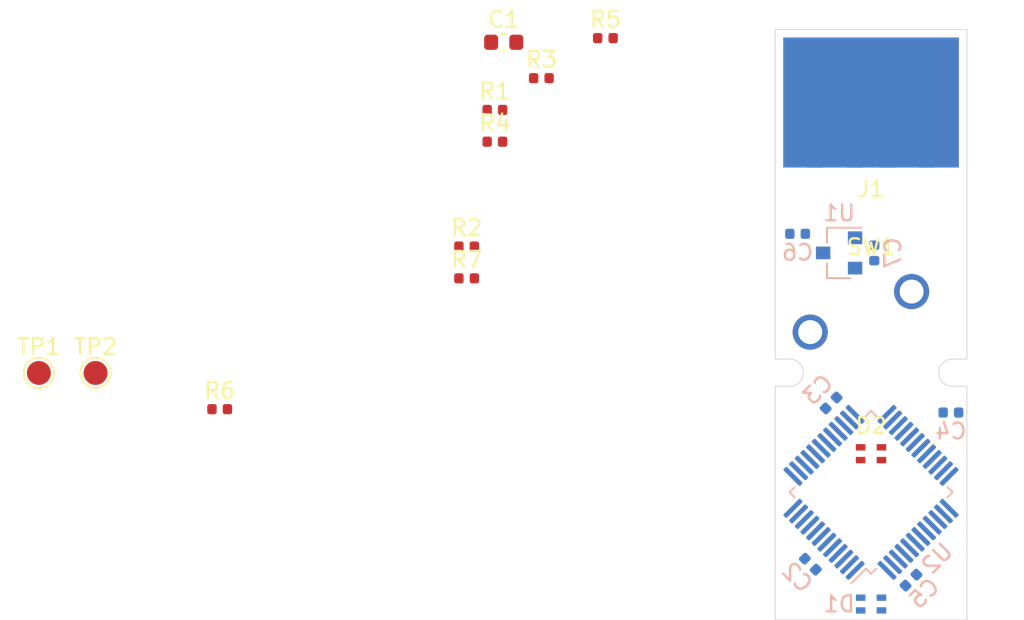
<source format=kicad_pcb>
(kicad_pcb (version 20171130) (host pcbnew 5.1.6)

  (general
    (thickness 1.6)
    (drawings 12)
    (tracks 0)
    (zones 0)
    (modules 22)
    (nets 48)
  )

  (page A4)
  (layers
    (0 F.Cu signal)
    (31 B.Cu signal)
    (32 B.Adhes user)
    (33 F.Adhes user)
    (34 B.Paste user)
    (35 F.Paste user)
    (36 B.SilkS user)
    (37 F.SilkS user)
    (38 B.Mask user)
    (39 F.Mask user)
    (40 Dwgs.User user)
    (41 Cmts.User user)
    (42 Eco1.User user)
    (43 Eco2.User user)
    (44 Edge.Cuts user)
    (45 Margin user)
    (46 B.CrtYd user)
    (47 F.CrtYd user)
    (48 B.Fab user)
    (49 F.Fab user)
  )

  (setup
    (last_trace_width 0.2)
    (trace_clearance 0.2)
    (zone_clearance 0.508)
    (zone_45_only no)
    (trace_min 0.2)
    (via_size 0.8)
    (via_drill 0.4)
    (via_min_size 0.6)
    (via_min_drill 0.3)
    (uvia_size 0.3)
    (uvia_drill 0.1)
    (uvias_allowed no)
    (uvia_min_size 0.2)
    (uvia_min_drill 0.1)
    (edge_width 0.05)
    (segment_width 0.2)
    (pcb_text_width 0.3)
    (pcb_text_size 1.5 1.5)
    (mod_edge_width 0.12)
    (mod_text_size 1 1)
    (mod_text_width 0.15)
    (pad_size 1.524 1.524)
    (pad_drill 0.762)
    (pad_to_mask_clearance 0.05)
    (aux_axis_origin 0 0)
    (visible_elements FFFFF77F)
    (pcbplotparams
      (layerselection 0x010fc_ffffffff)
      (usegerberextensions false)
      (usegerberattributes true)
      (usegerberadvancedattributes true)
      (creategerberjobfile true)
      (excludeedgelayer true)
      (linewidth 0.100000)
      (plotframeref false)
      (viasonmask false)
      (mode 1)
      (useauxorigin false)
      (hpglpennumber 1)
      (hpglpenspeed 20)
      (hpglpendiameter 15.000000)
      (psnegative false)
      (psa4output false)
      (plotreference true)
      (plotvalue true)
      (plotinvisibletext false)
      (padsonsilk false)
      (subtractmaskfromsilk false)
      (outputformat 1)
      (mirror false)
      (drillshape 1)
      (scaleselection 1)
      (outputdirectory ""))
  )

  (net 0 "")
  (net 1 GND)
  (net 2 +3V3)
  (net 3 VBUS)
  (net 4 "Net-(D1-Pad4)")
  (net 5 "Net-(D1-Pad3)")
  (net 6 "Net-(D1-Pad1)")
  (net 7 "Net-(D2-Pad4)")
  (net 8 "Net-(D2-Pad3)")
  (net 9 "Net-(D2-Pad1)")
  (net 10 /D+)
  (net 11 /D-)
  (net 12 /BTN1)
  (net 13 /LED1_R)
  (net 14 /LED1_G)
  (net 15 /LED1_B)
  (net 16 /LED2_R)
  (net 17 /LED2_G)
  (net 18 /LED2_B)
  (net 19 /SWDIO)
  (net 20 /SWCLK)
  (net 21 "Net-(U2-Pad46)")
  (net 22 "Net-(U2-Pad45)")
  (net 23 "Net-(U2-Pad43)")
  (net 24 "Net-(U2-Pad42)")
  (net 25 "Net-(U2-Pad40)")
  (net 26 "Net-(U2-Pad39)")
  (net 27 "Net-(U2-Pad38)")
  (net 28 "Net-(U2-Pad31)")
  (net 29 "Net-(U2-Pad30)")
  (net 30 "Net-(U2-Pad29)")
  (net 31 "Net-(U2-Pad28)")
  (net 32 "Net-(U2-Pad27)")
  (net 33 "Net-(U2-Pad26)")
  (net 34 "Net-(U2-Pad25)")
  (net 35 "Net-(U2-Pad22)")
  (net 36 "Net-(U2-Pad21)")
  (net 37 "Net-(U2-Pad20)")
  (net 38 "Net-(U2-Pad17)")
  (net 39 "Net-(U2-Pad16)")
  (net 40 "Net-(U2-Pad15)")
  (net 41 "Net-(U2-Pad14)")
  (net 42 "Net-(U2-Pad7)")
  (net 43 "Net-(U2-Pad6)")
  (net 44 "Net-(U2-Pad5)")
  (net 45 "Net-(U2-Pad4)")
  (net 46 "Net-(U2-Pad3)")
  (net 47 "Net-(U2-Pad2)")

  (net_class Default "This is the default net class."
    (clearance 0.2)
    (trace_width 0.2)
    (via_dia 0.8)
    (via_drill 0.4)
    (uvia_dia 0.3)
    (uvia_drill 0.1)
    (add_net +3V3)
    (add_net /BTN1)
    (add_net /D+)
    (add_net /D-)
    (add_net /LED1_B)
    (add_net /LED1_G)
    (add_net /LED1_R)
    (add_net /LED2_B)
    (add_net /LED2_G)
    (add_net /LED2_R)
    (add_net /SWCLK)
    (add_net /SWDIO)
    (add_net GND)
    (add_net "Net-(D1-Pad1)")
    (add_net "Net-(D1-Pad3)")
    (add_net "Net-(D1-Pad4)")
    (add_net "Net-(D2-Pad1)")
    (add_net "Net-(D2-Pad3)")
    (add_net "Net-(D2-Pad4)")
    (add_net "Net-(U2-Pad14)")
    (add_net "Net-(U2-Pad15)")
    (add_net "Net-(U2-Pad16)")
    (add_net "Net-(U2-Pad17)")
    (add_net "Net-(U2-Pad2)")
    (add_net "Net-(U2-Pad20)")
    (add_net "Net-(U2-Pad21)")
    (add_net "Net-(U2-Pad22)")
    (add_net "Net-(U2-Pad25)")
    (add_net "Net-(U2-Pad26)")
    (add_net "Net-(U2-Pad27)")
    (add_net "Net-(U2-Pad28)")
    (add_net "Net-(U2-Pad29)")
    (add_net "Net-(U2-Pad3)")
    (add_net "Net-(U2-Pad30)")
    (add_net "Net-(U2-Pad31)")
    (add_net "Net-(U2-Pad38)")
    (add_net "Net-(U2-Pad39)")
    (add_net "Net-(U2-Pad4)")
    (add_net "Net-(U2-Pad40)")
    (add_net "Net-(U2-Pad42)")
    (add_net "Net-(U2-Pad43)")
    (add_net "Net-(U2-Pad45)")
    (add_net "Net-(U2-Pad46)")
    (add_net "Net-(U2-Pad5)")
    (add_net "Net-(U2-Pad6)")
    (add_net "Net-(U2-Pad7)")
    (add_net VBUS)
  )

  (module Capacitor_SMD:C_0402_1005Metric (layer B.Cu) (tedit 5F947204) (tstamp 5F948C07)
    (at 155 74 180)
    (descr "Capacitor SMD 0402 (1005 Metric), square (rectangular) end terminal, IPC_7351 nominal, (Body size source: http://www.tortai-tech.com/upload/download/2011102023233369053.pdf), generated with kicad-footprint-generator")
    (tags capacitor)
    (path /5F892CC5)
    (attr smd)
    (fp_text reference C4 (at 0 -1.17 180) (layer B.SilkS)
      (effects (font (size 1 1) (thickness 0.15)) (justify mirror))
    )
    (fp_text value 100n (at 0 1.17 180) (layer B.Fab)
      (effects (font (size 1 1) (thickness 0.15)) (justify mirror))
    )
    (fp_line (start 0.93 -0.47) (end -0.93 -0.47) (layer B.CrtYd) (width 0.05))
    (fp_line (start 0.93 0.47) (end 0.93 -0.47) (layer B.CrtYd) (width 0.05))
    (fp_line (start -0.93 0.47) (end 0.93 0.47) (layer B.CrtYd) (width 0.05))
    (fp_line (start -0.93 -0.47) (end -0.93 0.47) (layer B.CrtYd) (width 0.05))
    (fp_line (start 0.5 -0.25) (end -0.5 -0.25) (layer B.Fab) (width 0.1))
    (fp_line (start 0.5 0.25) (end 0.5 -0.25) (layer B.Fab) (width 0.1))
    (fp_line (start -0.5 0.25) (end 0.5 0.25) (layer B.Fab) (width 0.1))
    (fp_line (start -0.5 -0.25) (end -0.5 0.25) (layer B.Fab) (width 0.1))
    (fp_text user %R (at 0 0 180) (layer B.Fab)
      (effects (font (size 0.25 0.25) (thickness 0.04)) (justify mirror))
    )
    (pad 2 smd roundrect (at 0.485 0 180) (size 0.59 0.64) (layers B.Cu B.Paste B.Mask) (roundrect_rratio 0.25)
      (net 1 GND))
    (pad 1 smd roundrect (at -0.485 0 180) (size 0.59 0.64) (layers B.Cu B.Paste B.Mask) (roundrect_rratio 0.25)
      (net 2 +3V3))
    (model ${KISYS3DMOD}/Capacitor_SMD.3dshapes/C_0402_1005Metric.wrl
      (at (xyz 0 0 0))
      (scale (xyz 1 1 1))
      (rotate (xyz 0 0 0))
    )
  )

  (module Button_Switch_Keyboard:SW_Cherry_MX_1.00u_PCB (layer F.Cu) (tedit 5F944CC9) (tstamp 5F92DCF2)
    (at 152.54 66.42)
    (descr "Cherry MX keyswitch, 1.00u, PCB mount, http://cherryamericas.com/wp-content/uploads/2014/12/mx_cat.pdf")
    (tags "Cherry MX keyswitch 1.00u PCB")
    (path /5F925207)
    (fp_text reference SW1 (at -2.54 -2.794) (layer F.SilkS)
      (effects (font (size 1 1) (thickness 0.15)))
    )
    (fp_text value MXxx-xxxx (at -2.54 12.954) (layer F.Fab)
      (effects (font (size 1 1) (thickness 0.15)))
    )
    (fp_line (start -8.89 -1.27) (end 3.81 -1.27) (layer F.Fab) (width 0.1))
    (fp_line (start 3.81 -1.27) (end 3.81 11.43) (layer F.Fab) (width 0.1))
    (fp_line (start 3.81 11.43) (end -8.89 11.43) (layer F.Fab) (width 0.1))
    (fp_line (start -8.89 11.43) (end -8.89 -1.27) (layer F.Fab) (width 0.1))
    (fp_line (start -9.14 11.68) (end -9.14 -1.52) (layer F.CrtYd) (width 0.05))
    (fp_line (start 4.06 11.68) (end -9.14 11.68) (layer F.CrtYd) (width 0.05))
    (fp_line (start 4.06 -1.52) (end 4.06 11.68) (layer F.CrtYd) (width 0.05))
    (fp_line (start -9.14 -1.52) (end 4.06 -1.52) (layer F.CrtYd) (width 0.05))
    (fp_line (start -12.065 -4.445) (end 6.985 -4.445) (layer Dwgs.User) (width 0.15))
    (fp_line (start 6.985 -4.445) (end 6.985 14.605) (layer Dwgs.User) (width 0.15))
    (fp_line (start 6.985 14.605) (end -12.065 14.605) (layer Dwgs.User) (width 0.15))
    (fp_line (start -12.065 14.605) (end -12.065 -4.445) (layer Dwgs.User) (width 0.15))
    (fp_text user %R (at -2.54 -2.794) (layer F.Fab)
      (effects (font (size 1 1) (thickness 0.15)))
    )
    (pad "" np_thru_hole circle (at -2.54 5.08) (size 4 4) (drill 4) (layers *.Cu *.Mask))
    (pad 2 thru_hole circle (at -6.35 2.54) (size 2.2 2.2) (drill 1.5) (layers *.Cu *.Mask)
      (net 2 +3V3))
    (pad 1 thru_hole circle (at 0 0) (size 2.2 2.2) (drill 1.5) (layers *.Cu *.Mask)
      (net 12 /BTN1))
    (model ${KISYS3DMOD}/Button_Switch_Keyboard.3dshapes/SW_Cherry_MX_1.00u_PCB.wrl
      (at (xyz 0 0 0))
      (scale (xyz 1 1 1))
      (rotate (xyz 0 0 0))
    )
  )

  (module Capacitor_SMD:C_0402_1005Metric (layer B.Cu) (tedit 5B301BBE) (tstamp 5F92C15E)
    (at 145.4 62.8)
    (descr "Capacitor SMD 0402 (1005 Metric), square (rectangular) end terminal, IPC_7351 nominal, (Body size source: http://www.tortai-tech.com/upload/download/2011102023233369053.pdf), generated with kicad-footprint-generator")
    (tags capacitor)
    (path /5F93753A)
    (attr smd)
    (fp_text reference C6 (at 0 1.17) (layer B.SilkS)
      (effects (font (size 1 1) (thickness 0.15)) (justify mirror))
    )
    (fp_text value 1u (at 0 -1.17) (layer B.Fab)
      (effects (font (size 1 1) (thickness 0.15)) (justify mirror))
    )
    (fp_line (start 0.93 -0.47) (end -0.93 -0.47) (layer B.CrtYd) (width 0.05))
    (fp_line (start 0.93 0.47) (end 0.93 -0.47) (layer B.CrtYd) (width 0.05))
    (fp_line (start -0.93 0.47) (end 0.93 0.47) (layer B.CrtYd) (width 0.05))
    (fp_line (start -0.93 -0.47) (end -0.93 0.47) (layer B.CrtYd) (width 0.05))
    (fp_line (start 0.5 -0.25) (end -0.5 -0.25) (layer B.Fab) (width 0.1))
    (fp_line (start 0.5 0.25) (end 0.5 -0.25) (layer B.Fab) (width 0.1))
    (fp_line (start -0.5 0.25) (end 0.5 0.25) (layer B.Fab) (width 0.1))
    (fp_line (start -0.5 -0.25) (end -0.5 0.25) (layer B.Fab) (width 0.1))
    (fp_text user %R (at 0 0) (layer B.Fab)
      (effects (font (size 0.25 0.25) (thickness 0.04)) (justify mirror))
    )
    (pad 2 smd roundrect (at 0.485 0) (size 0.59 0.64) (layers B.Cu B.Paste B.Mask) (roundrect_rratio 0.25)
      (net 1 GND))
    (pad 1 smd roundrect (at -0.485 0) (size 0.59 0.64) (layers B.Cu B.Paste B.Mask) (roundrect_rratio 0.25)
      (net 3 VBUS))
    (model ${KISYS3DMOD}/Capacitor_SMD.3dshapes/C_0402_1005Metric.wrl
      (at (xyz 0 0 0))
      (scale (xyz 1 1 1))
      (rotate (xyz 0 0 0))
    )
  )

  (module Package_QFP:LQFP-48_7x7mm_P0.5mm (layer B.Cu) (tedit 5D9F72AF) (tstamp 5F92E9DF)
    (at 150 79 45)
    (descr "LQFP, 48 Pin (https://www.analog.com/media/en/technical-documentation/data-sheets/ltc2358-16.pdf), generated with kicad-footprint-generator ipc_gullwing_generator.py")
    (tags "LQFP QFP")
    (path /5F878F8D)
    (attr smd)
    (fp_text reference U2 (at 0 5.85 45) (layer B.SilkS)
      (effects (font (size 1 1) (thickness 0.15)) (justify mirror))
    )
    (fp_text value STM32F072CBT6 (at 0 -5.85 45) (layer B.Fab)
      (effects (font (size 1 1) (thickness 0.15)) (justify mirror))
    )
    (fp_line (start 5.15 -3.15) (end 5.15 0) (layer B.CrtYd) (width 0.05))
    (fp_line (start 3.75 -3.15) (end 5.15 -3.15) (layer B.CrtYd) (width 0.05))
    (fp_line (start 3.75 -3.75) (end 3.75 -3.15) (layer B.CrtYd) (width 0.05))
    (fp_line (start 3.15 -3.75) (end 3.75 -3.75) (layer B.CrtYd) (width 0.05))
    (fp_line (start 3.15 -5.15) (end 3.15 -3.75) (layer B.CrtYd) (width 0.05))
    (fp_line (start 0 -5.15) (end 3.15 -5.15) (layer B.CrtYd) (width 0.05))
    (fp_line (start -5.15 -3.15) (end -5.15 0) (layer B.CrtYd) (width 0.05))
    (fp_line (start -3.75 -3.15) (end -5.15 -3.15) (layer B.CrtYd) (width 0.05))
    (fp_line (start -3.75 -3.75) (end -3.75 -3.15) (layer B.CrtYd) (width 0.05))
    (fp_line (start -3.15 -3.75) (end -3.75 -3.75) (layer B.CrtYd) (width 0.05))
    (fp_line (start -3.15 -5.15) (end -3.15 -3.75) (layer B.CrtYd) (width 0.05))
    (fp_line (start 0 -5.15) (end -3.15 -5.15) (layer B.CrtYd) (width 0.05))
    (fp_line (start 5.15 3.15) (end 5.15 0) (layer B.CrtYd) (width 0.05))
    (fp_line (start 3.75 3.15) (end 5.15 3.15) (layer B.CrtYd) (width 0.05))
    (fp_line (start 3.75 3.75) (end 3.75 3.15) (layer B.CrtYd) (width 0.05))
    (fp_line (start 3.15 3.75) (end 3.75 3.75) (layer B.CrtYd) (width 0.05))
    (fp_line (start 3.15 5.15) (end 3.15 3.75) (layer B.CrtYd) (width 0.05))
    (fp_line (start 0 5.15) (end 3.15 5.15) (layer B.CrtYd) (width 0.05))
    (fp_line (start -5.15 3.15) (end -5.15 0) (layer B.CrtYd) (width 0.05))
    (fp_line (start -3.75 3.15) (end -5.15 3.15) (layer B.CrtYd) (width 0.05))
    (fp_line (start -3.75 3.75) (end -3.75 3.15) (layer B.CrtYd) (width 0.05))
    (fp_line (start -3.15 3.75) (end -3.75 3.75) (layer B.CrtYd) (width 0.05))
    (fp_line (start -3.15 5.15) (end -3.15 3.75) (layer B.CrtYd) (width 0.05))
    (fp_line (start 0 5.15) (end -3.15 5.15) (layer B.CrtYd) (width 0.05))
    (fp_line (start -3.5 2.5) (end -2.5 3.5) (layer B.Fab) (width 0.1))
    (fp_line (start -3.5 -3.5) (end -3.5 2.5) (layer B.Fab) (width 0.1))
    (fp_line (start 3.5 -3.5) (end -3.5 -3.5) (layer B.Fab) (width 0.1))
    (fp_line (start 3.5 3.5) (end 3.5 -3.5) (layer B.Fab) (width 0.1))
    (fp_line (start -2.5 3.5) (end 3.5 3.5) (layer B.Fab) (width 0.1))
    (fp_line (start -3.61 3.16) (end -4.9 3.16) (layer B.SilkS) (width 0.12))
    (fp_line (start -3.61 3.61) (end -3.61 3.16) (layer B.SilkS) (width 0.12))
    (fp_line (start -3.16 3.61) (end -3.61 3.61) (layer B.SilkS) (width 0.12))
    (fp_line (start 3.61 3.61) (end 3.61 3.16) (layer B.SilkS) (width 0.12))
    (fp_line (start 3.16 3.61) (end 3.61 3.61) (layer B.SilkS) (width 0.12))
    (fp_line (start -3.61 -3.61) (end -3.61 -3.16) (layer B.SilkS) (width 0.12))
    (fp_line (start -3.16 -3.61) (end -3.61 -3.61) (layer B.SilkS) (width 0.12))
    (fp_line (start 3.61 -3.61) (end 3.61 -3.16) (layer B.SilkS) (width 0.12))
    (fp_line (start 3.16 -3.61) (end 3.61 -3.61) (layer B.SilkS) (width 0.12))
    (fp_text user %R (at 0 0 45) (layer B.Fab)
      (effects (font (size 1 1) (thickness 0.15)) (justify mirror))
    )
    (pad 48 smd roundrect (at -2.75 4.1625 45) (size 0.3 1.475) (layers B.Cu B.Paste B.Mask) (roundrect_rratio 0.25)
      (net 2 +3V3))
    (pad 47 smd roundrect (at -2.25 4.1625 45) (size 0.3 1.475) (layers B.Cu B.Paste B.Mask) (roundrect_rratio 0.25)
      (net 1 GND))
    (pad 46 smd roundrect (at -1.75 4.1625 45) (size 0.3 1.475) (layers B.Cu B.Paste B.Mask) (roundrect_rratio 0.25)
      (net 21 "Net-(U2-Pad46)"))
    (pad 45 smd roundrect (at -1.25 4.1625 45) (size 0.3 1.475) (layers B.Cu B.Paste B.Mask) (roundrect_rratio 0.25)
      (net 22 "Net-(U2-Pad45)"))
    (pad 44 smd roundrect (at -0.75 4.1625 45) (size 0.3 1.475) (layers B.Cu B.Paste B.Mask) (roundrect_rratio 0.25)
      (net 12 /BTN1))
    (pad 43 smd roundrect (at -0.25 4.1625 45) (size 0.3 1.475) (layers B.Cu B.Paste B.Mask) (roundrect_rratio 0.25)
      (net 23 "Net-(U2-Pad43)"))
    (pad 42 smd roundrect (at 0.25 4.1625 45) (size 0.3 1.475) (layers B.Cu B.Paste B.Mask) (roundrect_rratio 0.25)
      (net 24 "Net-(U2-Pad42)"))
    (pad 41 smd roundrect (at 0.75 4.1625 45) (size 0.3 1.475) (layers B.Cu B.Paste B.Mask) (roundrect_rratio 0.25)
      (net 18 /LED2_B))
    (pad 40 smd roundrect (at 1.25 4.1625 45) (size 0.3 1.475) (layers B.Cu B.Paste B.Mask) (roundrect_rratio 0.25)
      (net 25 "Net-(U2-Pad40)"))
    (pad 39 smd roundrect (at 1.75 4.1625 45) (size 0.3 1.475) (layers B.Cu B.Paste B.Mask) (roundrect_rratio 0.25)
      (net 26 "Net-(U2-Pad39)"))
    (pad 38 smd roundrect (at 2.25 4.1625 45) (size 0.3 1.475) (layers B.Cu B.Paste B.Mask) (roundrect_rratio 0.25)
      (net 27 "Net-(U2-Pad38)"))
    (pad 37 smd roundrect (at 2.75 4.1625 45) (size 0.3 1.475) (layers B.Cu B.Paste B.Mask) (roundrect_rratio 0.25)
      (net 20 /SWCLK))
    (pad 36 smd roundrect (at 4.1625 2.75 45) (size 1.475 0.3) (layers B.Cu B.Paste B.Mask) (roundrect_rratio 0.25)
      (net 2 +3V3))
    (pad 35 smd roundrect (at 4.1625 2.25 45) (size 1.475 0.3) (layers B.Cu B.Paste B.Mask) (roundrect_rratio 0.25)
      (net 1 GND))
    (pad 34 smd roundrect (at 4.1625 1.75 45) (size 1.475 0.3) (layers B.Cu B.Paste B.Mask) (roundrect_rratio 0.25)
      (net 19 /SWDIO))
    (pad 33 smd roundrect (at 4.1625 1.25 45) (size 1.475 0.3) (layers B.Cu B.Paste B.Mask) (roundrect_rratio 0.25)
      (net 10 /D+))
    (pad 32 smd roundrect (at 4.1625 0.75 45) (size 1.475 0.3) (layers B.Cu B.Paste B.Mask) (roundrect_rratio 0.25)
      (net 11 /D-))
    (pad 31 smd roundrect (at 4.1625 0.25 45) (size 1.475 0.3) (layers B.Cu B.Paste B.Mask) (roundrect_rratio 0.25)
      (net 28 "Net-(U2-Pad31)"))
    (pad 30 smd roundrect (at 4.1625 -0.25 45) (size 1.475 0.3) (layers B.Cu B.Paste B.Mask) (roundrect_rratio 0.25)
      (net 29 "Net-(U2-Pad30)"))
    (pad 29 smd roundrect (at 4.1625 -0.75 45) (size 1.475 0.3) (layers B.Cu B.Paste B.Mask) (roundrect_rratio 0.25)
      (net 30 "Net-(U2-Pad29)"))
    (pad 28 smd roundrect (at 4.1625 -1.25 45) (size 1.475 0.3) (layers B.Cu B.Paste B.Mask) (roundrect_rratio 0.25)
      (net 31 "Net-(U2-Pad28)"))
    (pad 27 smd roundrect (at 4.1625 -1.75 45) (size 1.475 0.3) (layers B.Cu B.Paste B.Mask) (roundrect_rratio 0.25)
      (net 32 "Net-(U2-Pad27)"))
    (pad 26 smd roundrect (at 4.1625 -2.25 45) (size 1.475 0.3) (layers B.Cu B.Paste B.Mask) (roundrect_rratio 0.25)
      (net 33 "Net-(U2-Pad26)"))
    (pad 25 smd roundrect (at 4.1625 -2.75 45) (size 1.475 0.3) (layers B.Cu B.Paste B.Mask) (roundrect_rratio 0.25)
      (net 34 "Net-(U2-Pad25)"))
    (pad 24 smd roundrect (at 2.75 -4.1625 45) (size 0.3 1.475) (layers B.Cu B.Paste B.Mask) (roundrect_rratio 0.25)
      (net 2 +3V3))
    (pad 23 smd roundrect (at 2.25 -4.1625 45) (size 0.3 1.475) (layers B.Cu B.Paste B.Mask) (roundrect_rratio 0.25)
      (net 1 GND))
    (pad 22 smd roundrect (at 1.75 -4.1625 45) (size 0.3 1.475) (layers B.Cu B.Paste B.Mask) (roundrect_rratio 0.25)
      (net 35 "Net-(U2-Pad22)"))
    (pad 21 smd roundrect (at 1.25 -4.1625 45) (size 0.3 1.475) (layers B.Cu B.Paste B.Mask) (roundrect_rratio 0.25)
      (net 36 "Net-(U2-Pad21)"))
    (pad 20 smd roundrect (at 0.75 -4.1625 45) (size 0.3 1.475) (layers B.Cu B.Paste B.Mask) (roundrect_rratio 0.25)
      (net 37 "Net-(U2-Pad20)"))
    (pad 19 smd roundrect (at 0.25 -4.1625 45) (size 0.3 1.475) (layers B.Cu B.Paste B.Mask) (roundrect_rratio 0.25)
      (net 16 /LED2_R))
    (pad 18 smd roundrect (at -0.25 -4.1625 45) (size 0.3 1.475) (layers B.Cu B.Paste B.Mask) (roundrect_rratio 0.25)
      (net 17 /LED2_G))
    (pad 17 smd roundrect (at -0.75 -4.1625 45) (size 0.3 1.475) (layers B.Cu B.Paste B.Mask) (roundrect_rratio 0.25)
      (net 38 "Net-(U2-Pad17)"))
    (pad 16 smd roundrect (at -1.25 -4.1625 45) (size 0.3 1.475) (layers B.Cu B.Paste B.Mask) (roundrect_rratio 0.25)
      (net 39 "Net-(U2-Pad16)"))
    (pad 15 smd roundrect (at -1.75 -4.1625 45) (size 0.3 1.475) (layers B.Cu B.Paste B.Mask) (roundrect_rratio 0.25)
      (net 40 "Net-(U2-Pad15)"))
    (pad 14 smd roundrect (at -2.25 -4.1625 45) (size 0.3 1.475) (layers B.Cu B.Paste B.Mask) (roundrect_rratio 0.25)
      (net 41 "Net-(U2-Pad14)"))
    (pad 13 smd roundrect (at -2.75 -4.1625 45) (size 0.3 1.475) (layers B.Cu B.Paste B.Mask) (roundrect_rratio 0.25)
      (net 12 /BTN1))
    (pad 12 smd roundrect (at -4.1625 -2.75 45) (size 1.475 0.3) (layers B.Cu B.Paste B.Mask) (roundrect_rratio 0.25)
      (net 13 /LED1_R))
    (pad 11 smd roundrect (at -4.1625 -2.25 45) (size 1.475 0.3) (layers B.Cu B.Paste B.Mask) (roundrect_rratio 0.25)
      (net 14 /LED1_G))
    (pad 10 smd roundrect (at -4.1625 -1.75 45) (size 1.475 0.3) (layers B.Cu B.Paste B.Mask) (roundrect_rratio 0.25)
      (net 15 /LED1_B))
    (pad 9 smd roundrect (at -4.1625 -1.25 45) (size 1.475 0.3) (layers B.Cu B.Paste B.Mask) (roundrect_rratio 0.25)
      (net 2 +3V3))
    (pad 8 smd roundrect (at -4.1625 -0.75 45) (size 1.475 0.3) (layers B.Cu B.Paste B.Mask) (roundrect_rratio 0.25)
      (net 1 GND))
    (pad 7 smd roundrect (at -4.1625 -0.25 45) (size 1.475 0.3) (layers B.Cu B.Paste B.Mask) (roundrect_rratio 0.25)
      (net 42 "Net-(U2-Pad7)"))
    (pad 6 smd roundrect (at -4.1625 0.25 45) (size 1.475 0.3) (layers B.Cu B.Paste B.Mask) (roundrect_rratio 0.25)
      (net 43 "Net-(U2-Pad6)"))
    (pad 5 smd roundrect (at -4.1625 0.75 45) (size 1.475 0.3) (layers B.Cu B.Paste B.Mask) (roundrect_rratio 0.25)
      (net 44 "Net-(U2-Pad5)"))
    (pad 4 smd roundrect (at -4.1625 1.25 45) (size 1.475 0.3) (layers B.Cu B.Paste B.Mask) (roundrect_rratio 0.25)
      (net 45 "Net-(U2-Pad4)"))
    (pad 3 smd roundrect (at -4.1625 1.75 45) (size 1.475 0.3) (layers B.Cu B.Paste B.Mask) (roundrect_rratio 0.25)
      (net 46 "Net-(U2-Pad3)"))
    (pad 2 smd roundrect (at -4.1625 2.25 45) (size 1.475 0.3) (layers B.Cu B.Paste B.Mask) (roundrect_rratio 0.25)
      (net 47 "Net-(U2-Pad2)"))
    (pad 1 smd roundrect (at -4.1625 2.75 45) (size 1.475 0.3) (layers B.Cu B.Paste B.Mask) (roundrect_rratio 0.25)
      (net 2 +3V3))
    (model ${KISYS3DMOD}/Package_QFP.3dshapes/LQFP-48_7x7mm_P0.5mm.wrl
      (at (xyz 0 0 0))
      (scale (xyz 1 1 1))
      (rotate (xyz 0 0 0))
    )
  )

  (module Package_TO_SOT_SMD:SOT-23 (layer B.Cu) (tedit 5A02FF57) (tstamp 5F92B4F1)
    (at 148 64 180)
    (descr "SOT-23, Standard")
    (tags SOT-23)
    (path /5FA01775)
    (attr smd)
    (fp_text reference U1 (at 0 2.5) (layer B.SilkS)
      (effects (font (size 1 1) (thickness 0.15)) (justify mirror))
    )
    (fp_text value XC6206P332MR (at 0 -2.5) (layer B.Fab)
      (effects (font (size 1 1) (thickness 0.15)) (justify mirror))
    )
    (fp_line (start -0.7 0.95) (end -0.7 -1.5) (layer B.Fab) (width 0.1))
    (fp_line (start -0.15 1.52) (end 0.7 1.52) (layer B.Fab) (width 0.1))
    (fp_line (start -0.7 0.95) (end -0.15 1.52) (layer B.Fab) (width 0.1))
    (fp_line (start 0.7 1.52) (end 0.7 -1.52) (layer B.Fab) (width 0.1))
    (fp_line (start -0.7 -1.52) (end 0.7 -1.52) (layer B.Fab) (width 0.1))
    (fp_line (start 0.76 -1.58) (end 0.76 -0.65) (layer B.SilkS) (width 0.12))
    (fp_line (start 0.76 1.58) (end 0.76 0.65) (layer B.SilkS) (width 0.12))
    (fp_line (start -1.7 1.75) (end 1.7 1.75) (layer B.CrtYd) (width 0.05))
    (fp_line (start 1.7 1.75) (end 1.7 -1.75) (layer B.CrtYd) (width 0.05))
    (fp_line (start 1.7 -1.75) (end -1.7 -1.75) (layer B.CrtYd) (width 0.05))
    (fp_line (start -1.7 -1.75) (end -1.7 1.75) (layer B.CrtYd) (width 0.05))
    (fp_line (start 0.76 1.58) (end -1.4 1.58) (layer B.SilkS) (width 0.12))
    (fp_line (start 0.76 -1.58) (end -0.7 -1.58) (layer B.SilkS) (width 0.12))
    (fp_text user %R (at 0 0 -90) (layer B.Fab)
      (effects (font (size 0.5 0.5) (thickness 0.075)) (justify mirror))
    )
    (pad 1 smd rect (at -1 0.95 180) (size 0.9 0.8) (layers B.Cu B.Paste B.Mask)
      (net 1 GND))
    (pad 2 smd rect (at -1 -0.95 180) (size 0.9 0.8) (layers B.Cu B.Paste B.Mask)
      (net 2 +3V3))
    (pad 3 smd rect (at 1 0 180) (size 0.9 0.8) (layers B.Cu B.Paste B.Mask)
      (net 3 VBUS))
    (model ${KISYS3DMOD}/Package_TO_SOT_SMD.3dshapes/SOT-23.wrl
      (at (xyz 0 0 0))
      (scale (xyz 1 1 1))
      (rotate (xyz 0 0 0))
    )
  )

  (module TestPoint:TestPoint_Pad_D1.5mm (layer F.Cu) (tedit 5A0F774F) (tstamp 5F92A952)
    (at 101.45 71.52)
    (descr "SMD pad as test Point, diameter 1.5mm")
    (tags "test point SMD pad")
    (path /5FCB2854)
    (attr virtual)
    (fp_text reference TP2 (at 0 -1.648) (layer F.SilkS)
      (effects (font (size 1 1) (thickness 0.15)))
    )
    (fp_text value SWCLK (at 0 1.75) (layer F.Fab)
      (effects (font (size 1 1) (thickness 0.15)))
    )
    (fp_circle (center 0 0) (end 0 0.95) (layer F.SilkS) (width 0.12))
    (fp_circle (center 0 0) (end 1.25 0) (layer F.CrtYd) (width 0.05))
    (fp_text user %R (at 0 -1.65) (layer F.Fab)
      (effects (font (size 1 1) (thickness 0.15)))
    )
    (pad 1 smd circle (at 0 0) (size 1.5 1.5) (layers F.Cu F.Mask)
      (net 20 /SWCLK))
  )

  (module TestPoint:TestPoint_Pad_D1.5mm (layer F.Cu) (tedit 5A0F774F) (tstamp 5F92A94A)
    (at 97.9 71.52)
    (descr "SMD pad as test Point, diameter 1.5mm")
    (tags "test point SMD pad")
    (path /5FCAA338)
    (attr virtual)
    (fp_text reference TP1 (at 0 -1.648) (layer F.SilkS)
      (effects (font (size 1 1) (thickness 0.15)))
    )
    (fp_text value SWDIO (at 0 1.75) (layer F.Fab)
      (effects (font (size 1 1) (thickness 0.15)))
    )
    (fp_circle (center 0 0) (end 0 0.95) (layer F.SilkS) (width 0.12))
    (fp_circle (center 0 0) (end 1.25 0) (layer F.CrtYd) (width 0.05))
    (fp_text user %R (at 0 -1.65) (layer F.Fab)
      (effects (font (size 1 1) (thickness 0.15)))
    )
    (pad 1 smd circle (at 0 0) (size 1.5 1.5) (layers F.Cu F.Mask)
      (net 19 /SWDIO))
  )

  (module Resistor_SMD:R_0402_1005Metric (layer F.Cu) (tedit 5B301BBD) (tstamp 5F92A928)
    (at 124.68 65.59)
    (descr "Resistor SMD 0402 (1005 Metric), square (rectangular) end terminal, IPC_7351 nominal, (Body size source: http://www.tortai-tech.com/upload/download/2011102023233369053.pdf), generated with kicad-footprint-generator")
    (tags resistor)
    (path /5FDA0D19)
    (attr smd)
    (fp_text reference R7 (at 0 -1.17) (layer F.SilkS)
      (effects (font (size 1 1) (thickness 0.15)))
    )
    (fp_text value 1k (at 0 1.17) (layer F.Fab)
      (effects (font (size 1 1) (thickness 0.15)))
    )
    (fp_line (start 0.93 0.47) (end -0.93 0.47) (layer F.CrtYd) (width 0.05))
    (fp_line (start 0.93 -0.47) (end 0.93 0.47) (layer F.CrtYd) (width 0.05))
    (fp_line (start -0.93 -0.47) (end 0.93 -0.47) (layer F.CrtYd) (width 0.05))
    (fp_line (start -0.93 0.47) (end -0.93 -0.47) (layer F.CrtYd) (width 0.05))
    (fp_line (start 0.5 0.25) (end -0.5 0.25) (layer F.Fab) (width 0.1))
    (fp_line (start 0.5 -0.25) (end 0.5 0.25) (layer F.Fab) (width 0.1))
    (fp_line (start -0.5 -0.25) (end 0.5 -0.25) (layer F.Fab) (width 0.1))
    (fp_line (start -0.5 0.25) (end -0.5 -0.25) (layer F.Fab) (width 0.1))
    (fp_text user %R (at 0 0) (layer F.Fab)
      (effects (font (size 0.25 0.25) (thickness 0.04)))
    )
    (pad 2 smd roundrect (at 0.485 0) (size 0.59 0.64) (layers F.Cu F.Paste F.Mask) (roundrect_rratio 0.25)
      (net 8 "Net-(D2-Pad3)"))
    (pad 1 smd roundrect (at -0.485 0) (size 0.59 0.64) (layers F.Cu F.Paste F.Mask) (roundrect_rratio 0.25)
      (net 18 /LED2_B))
    (model ${KISYS3DMOD}/Resistor_SMD.3dshapes/R_0402_1005Metric.wrl
      (at (xyz 0 0 0))
      (scale (xyz 1 1 1))
      (rotate (xyz 0 0 0))
    )
  )

  (module Resistor_SMD:R_0402_1005Metric (layer F.Cu) (tedit 5B301BBD) (tstamp 5F92A919)
    (at 109.22 73.79)
    (descr "Resistor SMD 0402 (1005 Metric), square (rectangular) end terminal, IPC_7351 nominal, (Body size source: http://www.tortai-tech.com/upload/download/2011102023233369053.pdf), generated with kicad-footprint-generator")
    (tags resistor)
    (path /5FDA00DF)
    (attr smd)
    (fp_text reference R6 (at 0 -1.17) (layer F.SilkS)
      (effects (font (size 1 1) (thickness 0.15)))
    )
    (fp_text value 1k (at 0 1.17) (layer F.Fab)
      (effects (font (size 1 1) (thickness 0.15)))
    )
    (fp_line (start 0.93 0.47) (end -0.93 0.47) (layer F.CrtYd) (width 0.05))
    (fp_line (start 0.93 -0.47) (end 0.93 0.47) (layer F.CrtYd) (width 0.05))
    (fp_line (start -0.93 -0.47) (end 0.93 -0.47) (layer F.CrtYd) (width 0.05))
    (fp_line (start -0.93 0.47) (end -0.93 -0.47) (layer F.CrtYd) (width 0.05))
    (fp_line (start 0.5 0.25) (end -0.5 0.25) (layer F.Fab) (width 0.1))
    (fp_line (start 0.5 -0.25) (end 0.5 0.25) (layer F.Fab) (width 0.1))
    (fp_line (start -0.5 -0.25) (end 0.5 -0.25) (layer F.Fab) (width 0.1))
    (fp_line (start -0.5 0.25) (end -0.5 -0.25) (layer F.Fab) (width 0.1))
    (fp_text user %R (at 0 0) (layer F.Fab)
      (effects (font (size 0.25 0.25) (thickness 0.04)))
    )
    (pad 2 smd roundrect (at 0.485 0) (size 0.59 0.64) (layers F.Cu F.Paste F.Mask) (roundrect_rratio 0.25)
      (net 7 "Net-(D2-Pad4)"))
    (pad 1 smd roundrect (at -0.485 0) (size 0.59 0.64) (layers F.Cu F.Paste F.Mask) (roundrect_rratio 0.25)
      (net 17 /LED2_G))
    (model ${KISYS3DMOD}/Resistor_SMD.3dshapes/R_0402_1005Metric.wrl
      (at (xyz 0 0 0))
      (scale (xyz 1 1 1))
      (rotate (xyz 0 0 0))
    )
  )

  (module Resistor_SMD:R_0402_1005Metric (layer F.Cu) (tedit 5B301BBD) (tstamp 5F92A90A)
    (at 133.37 50.54)
    (descr "Resistor SMD 0402 (1005 Metric), square (rectangular) end terminal, IPC_7351 nominal, (Body size source: http://www.tortai-tech.com/upload/download/2011102023233369053.pdf), generated with kicad-footprint-generator")
    (tags resistor)
    (path /5FD9D2CE)
    (attr smd)
    (fp_text reference R5 (at 0 -1.17) (layer F.SilkS)
      (effects (font (size 1 1) (thickness 0.15)))
    )
    (fp_text value 1k (at 0 1.17) (layer F.Fab)
      (effects (font (size 1 1) (thickness 0.15)))
    )
    (fp_line (start 0.93 0.47) (end -0.93 0.47) (layer F.CrtYd) (width 0.05))
    (fp_line (start 0.93 -0.47) (end 0.93 0.47) (layer F.CrtYd) (width 0.05))
    (fp_line (start -0.93 -0.47) (end 0.93 -0.47) (layer F.CrtYd) (width 0.05))
    (fp_line (start -0.93 0.47) (end -0.93 -0.47) (layer F.CrtYd) (width 0.05))
    (fp_line (start 0.5 0.25) (end -0.5 0.25) (layer F.Fab) (width 0.1))
    (fp_line (start 0.5 -0.25) (end 0.5 0.25) (layer F.Fab) (width 0.1))
    (fp_line (start -0.5 -0.25) (end 0.5 -0.25) (layer F.Fab) (width 0.1))
    (fp_line (start -0.5 0.25) (end -0.5 -0.25) (layer F.Fab) (width 0.1))
    (fp_text user %R (at 0 0) (layer F.Fab)
      (effects (font (size 0.25 0.25) (thickness 0.04)))
    )
    (pad 2 smd roundrect (at 0.485 0) (size 0.59 0.64) (layers F.Cu F.Paste F.Mask) (roundrect_rratio 0.25)
      (net 9 "Net-(D2-Pad1)"))
    (pad 1 smd roundrect (at -0.485 0) (size 0.59 0.64) (layers F.Cu F.Paste F.Mask) (roundrect_rratio 0.25)
      (net 16 /LED2_R))
    (model ${KISYS3DMOD}/Resistor_SMD.3dshapes/R_0402_1005Metric.wrl
      (at (xyz 0 0 0))
      (scale (xyz 1 1 1))
      (rotate (xyz 0 0 0))
    )
  )

  (module Resistor_SMD:R_0402_1005Metric (layer F.Cu) (tedit 5B301BBD) (tstamp 5F92A8FB)
    (at 126.45 57.03)
    (descr "Resistor SMD 0402 (1005 Metric), square (rectangular) end terminal, IPC_7351 nominal, (Body size source: http://www.tortai-tech.com/upload/download/2011102023233369053.pdf), generated with kicad-footprint-generator")
    (tags resistor)
    (path /5F9366E4)
    (attr smd)
    (fp_text reference R4 (at 0 -1.17) (layer F.SilkS)
      (effects (font (size 1 1) (thickness 0.15)))
    )
    (fp_text value 1k (at 0 1.17) (layer F.Fab)
      (effects (font (size 1 1) (thickness 0.15)))
    )
    (fp_line (start 0.93 0.47) (end -0.93 0.47) (layer F.CrtYd) (width 0.05))
    (fp_line (start 0.93 -0.47) (end 0.93 0.47) (layer F.CrtYd) (width 0.05))
    (fp_line (start -0.93 -0.47) (end 0.93 -0.47) (layer F.CrtYd) (width 0.05))
    (fp_line (start -0.93 0.47) (end -0.93 -0.47) (layer F.CrtYd) (width 0.05))
    (fp_line (start 0.5 0.25) (end -0.5 0.25) (layer F.Fab) (width 0.1))
    (fp_line (start 0.5 -0.25) (end 0.5 0.25) (layer F.Fab) (width 0.1))
    (fp_line (start -0.5 -0.25) (end 0.5 -0.25) (layer F.Fab) (width 0.1))
    (fp_line (start -0.5 0.25) (end -0.5 -0.25) (layer F.Fab) (width 0.1))
    (fp_text user %R (at 0 0) (layer F.Fab)
      (effects (font (size 0.25 0.25) (thickness 0.04)))
    )
    (pad 2 smd roundrect (at 0.485 0) (size 0.59 0.64) (layers F.Cu F.Paste F.Mask) (roundrect_rratio 0.25)
      (net 5 "Net-(D1-Pad3)"))
    (pad 1 smd roundrect (at -0.485 0) (size 0.59 0.64) (layers F.Cu F.Paste F.Mask) (roundrect_rratio 0.25)
      (net 15 /LED1_B))
    (model ${KISYS3DMOD}/Resistor_SMD.3dshapes/R_0402_1005Metric.wrl
      (at (xyz 0 0 0))
      (scale (xyz 1 1 1))
      (rotate (xyz 0 0 0))
    )
  )

  (module Resistor_SMD:R_0402_1005Metric (layer F.Cu) (tedit 5B301BBD) (tstamp 5F92A8EC)
    (at 129.36 53.05)
    (descr "Resistor SMD 0402 (1005 Metric), square (rectangular) end terminal, IPC_7351 nominal, (Body size source: http://www.tortai-tech.com/upload/download/2011102023233369053.pdf), generated with kicad-footprint-generator")
    (tags resistor)
    (path /5F935EFD)
    (attr smd)
    (fp_text reference R3 (at 0 -1.17) (layer F.SilkS)
      (effects (font (size 1 1) (thickness 0.15)))
    )
    (fp_text value 1k (at 0 1.17) (layer F.Fab)
      (effects (font (size 1 1) (thickness 0.15)))
    )
    (fp_line (start 0.93 0.47) (end -0.93 0.47) (layer F.CrtYd) (width 0.05))
    (fp_line (start 0.93 -0.47) (end 0.93 0.47) (layer F.CrtYd) (width 0.05))
    (fp_line (start -0.93 -0.47) (end 0.93 -0.47) (layer F.CrtYd) (width 0.05))
    (fp_line (start -0.93 0.47) (end -0.93 -0.47) (layer F.CrtYd) (width 0.05))
    (fp_line (start 0.5 0.25) (end -0.5 0.25) (layer F.Fab) (width 0.1))
    (fp_line (start 0.5 -0.25) (end 0.5 0.25) (layer F.Fab) (width 0.1))
    (fp_line (start -0.5 -0.25) (end 0.5 -0.25) (layer F.Fab) (width 0.1))
    (fp_line (start -0.5 0.25) (end -0.5 -0.25) (layer F.Fab) (width 0.1))
    (fp_text user %R (at 0 0) (layer F.Fab)
      (effects (font (size 0.25 0.25) (thickness 0.04)))
    )
    (pad 2 smd roundrect (at 0.485 0) (size 0.59 0.64) (layers F.Cu F.Paste F.Mask) (roundrect_rratio 0.25)
      (net 4 "Net-(D1-Pad4)"))
    (pad 1 smd roundrect (at -0.485 0) (size 0.59 0.64) (layers F.Cu F.Paste F.Mask) (roundrect_rratio 0.25)
      (net 14 /LED1_G))
    (model ${KISYS3DMOD}/Resistor_SMD.3dshapes/R_0402_1005Metric.wrl
      (at (xyz 0 0 0))
      (scale (xyz 1 1 1))
      (rotate (xyz 0 0 0))
    )
  )

  (module Resistor_SMD:R_0402_1005Metric (layer F.Cu) (tedit 5B301BBD) (tstamp 5F92A8DD)
    (at 124.68 63.6)
    (descr "Resistor SMD 0402 (1005 Metric), square (rectangular) end terminal, IPC_7351 nominal, (Body size source: http://www.tortai-tech.com/upload/download/2011102023233369053.pdf), generated with kicad-footprint-generator")
    (tags resistor)
    (path /5F9354AF)
    (attr smd)
    (fp_text reference R2 (at 0 -1.17) (layer F.SilkS)
      (effects (font (size 1 1) (thickness 0.15)))
    )
    (fp_text value 1k (at 0 1.17) (layer F.Fab)
      (effects (font (size 1 1) (thickness 0.15)))
    )
    (fp_line (start 0.93 0.47) (end -0.93 0.47) (layer F.CrtYd) (width 0.05))
    (fp_line (start 0.93 -0.47) (end 0.93 0.47) (layer F.CrtYd) (width 0.05))
    (fp_line (start -0.93 -0.47) (end 0.93 -0.47) (layer F.CrtYd) (width 0.05))
    (fp_line (start -0.93 0.47) (end -0.93 -0.47) (layer F.CrtYd) (width 0.05))
    (fp_line (start 0.5 0.25) (end -0.5 0.25) (layer F.Fab) (width 0.1))
    (fp_line (start 0.5 -0.25) (end 0.5 0.25) (layer F.Fab) (width 0.1))
    (fp_line (start -0.5 -0.25) (end 0.5 -0.25) (layer F.Fab) (width 0.1))
    (fp_line (start -0.5 0.25) (end -0.5 -0.25) (layer F.Fab) (width 0.1))
    (fp_text user %R (at 0 0) (layer F.Fab)
      (effects (font (size 0.25 0.25) (thickness 0.04)))
    )
    (pad 2 smd roundrect (at 0.485 0) (size 0.59 0.64) (layers F.Cu F.Paste F.Mask) (roundrect_rratio 0.25)
      (net 6 "Net-(D1-Pad1)"))
    (pad 1 smd roundrect (at -0.485 0) (size 0.59 0.64) (layers F.Cu F.Paste F.Mask) (roundrect_rratio 0.25)
      (net 13 /LED1_R))
    (model ${KISYS3DMOD}/Resistor_SMD.3dshapes/R_0402_1005Metric.wrl
      (at (xyz 0 0 0))
      (scale (xyz 1 1 1))
      (rotate (xyz 0 0 0))
    )
  )

  (module Resistor_SMD:R_0402_1005Metric (layer F.Cu) (tedit 5B301BBD) (tstamp 5F92A8CE)
    (at 126.45 55.04)
    (descr "Resistor SMD 0402 (1005 Metric), square (rectangular) end terminal, IPC_7351 nominal, (Body size source: http://www.tortai-tech.com/upload/download/2011102023233369053.pdf), generated with kicad-footprint-generator")
    (tags resistor)
    (path /5F905B31)
    (attr smd)
    (fp_text reference R1 (at 0 -1.17) (layer F.SilkS)
      (effects (font (size 1 1) (thickness 0.15)))
    )
    (fp_text value 10k (at 0 1.17) (layer F.Fab)
      (effects (font (size 1 1) (thickness 0.15)))
    )
    (fp_line (start 0.93 0.47) (end -0.93 0.47) (layer F.CrtYd) (width 0.05))
    (fp_line (start 0.93 -0.47) (end 0.93 0.47) (layer F.CrtYd) (width 0.05))
    (fp_line (start -0.93 -0.47) (end 0.93 -0.47) (layer F.CrtYd) (width 0.05))
    (fp_line (start -0.93 0.47) (end -0.93 -0.47) (layer F.CrtYd) (width 0.05))
    (fp_line (start 0.5 0.25) (end -0.5 0.25) (layer F.Fab) (width 0.1))
    (fp_line (start 0.5 -0.25) (end 0.5 0.25) (layer F.Fab) (width 0.1))
    (fp_line (start -0.5 -0.25) (end 0.5 -0.25) (layer F.Fab) (width 0.1))
    (fp_line (start -0.5 0.25) (end -0.5 -0.25) (layer F.Fab) (width 0.1))
    (fp_text user %R (at 0 0) (layer F.Fab)
      (effects (font (size 0.25 0.25) (thickness 0.04)))
    )
    (pad 2 smd roundrect (at 0.485 0) (size 0.59 0.64) (layers F.Cu F.Paste F.Mask) (roundrect_rratio 0.25)
      (net 1 GND))
    (pad 1 smd roundrect (at -0.485 0) (size 0.59 0.64) (layers F.Cu F.Paste F.Mask) (roundrect_rratio 0.25)
      (net 12 /BTN1))
    (model ${KISYS3DMOD}/Resistor_SMD.3dshapes/R_0402_1005Metric.wrl
      (at (xyz 0 0 0))
      (scale (xyz 1 1 1))
      (rotate (xyz 0 0 0))
    )
  )

  (module anykey:USB_A_Plug_PCB (layer F.Cu) (tedit 5F8DF2F0) (tstamp 5F92A8BF)
    (at 150 50)
    (path /5F874047)
    (attr virtual)
    (fp_text reference J1 (at 0 10) (layer F.SilkS)
      (effects (font (size 1 1) (thickness 0.15)))
    )
    (fp_text value USB_A (at 0 -1) (layer F.Fab)
      (effects (font (size 1 1) (thickness 0.15)))
    )
    (fp_line (start 6 0) (end 6 11.75) (layer Dwgs.User) (width 0.12))
    (fp_line (start -6 0) (end 6 0) (layer Dwgs.User) (width 0.12))
    (fp_line (start -6 11.75) (end -6 0) (layer Dwgs.User) (width 0.12))
    (pad 5 connect rect (at 0 4.575) (size 11 8.15) (layers B.Cu B.Mask)
      (net 1 GND))
    (pad 4 connect rect (at 3.5 4.945) (size 1 7.41) (layers F.Cu F.Mask)
      (net 1 GND))
    (pad 3 connect rect (at 1 5.445) (size 1 6.41) (layers F.Cu F.Mask)
      (net 10 /D+))
    (pad 2 connect rect (at -1 5.445) (size 1 6.41) (layers F.Cu F.Mask)
      (net 11 /D-))
    (pad 1 connect rect (at -3.5 4.945) (size 1 7.41) (layers F.Cu F.Mask)
      (net 3 VBUS))
  )

  (module anykey:LED_MEIHUA_MHPA1515RGBDT (layer F.Cu) (tedit 5F906CA6) (tstamp 5F92A8B3)
    (at 150 76.58 180)
    (path /5FD938D9)
    (fp_text reference D2 (at 0 1.75) (layer F.SilkS)
      (effects (font (size 1 1) (thickness 0.15)))
    )
    (fp_text value MHPA1515RGBDT (at 0 -1.75) (layer F.Fab)
      (effects (font (size 1 1) (thickness 0.15)))
    )
    (fp_line (start -1 1) (end -1 -1) (layer F.CrtYd) (width 0.05))
    (fp_line (start 1 1) (end -1 1) (layer F.CrtYd) (width 0.05))
    (fp_line (start 1 -1) (end 1 1) (layer F.CrtYd) (width 0.05))
    (fp_line (start -1 -1) (end 1 -1) (layer F.CrtYd) (width 0.05))
    (fp_line (start -0.8 -0.75) (end 0.8 -0.75) (layer F.Fab) (width 0.1))
    (fp_line (start 0.8 -0.75) (end 0.8 0.45) (layer F.Fab) (width 0.1))
    (fp_line (start 0.5 0.75) (end -0.8 0.75) (layer F.Fab) (width 0.1))
    (fp_line (start -0.8 0.75) (end -0.8 -0.75) (layer F.Fab) (width 0.1))
    (fp_line (start 0.8 0.45) (end 0.5 0.75) (layer F.Fab) (width 0.1))
    (fp_text user %R (at 0 0) (layer F.Fab)
      (effects (font (size 0.3 0.3) (thickness 0.05)))
    )
    (pad 4 smd rect (at 0.65 -0.4 180) (size 0.6 0.4) (layers F.Cu F.Paste F.Mask)
      (net 7 "Net-(D2-Pad4)"))
    (pad 3 smd rect (at -0.65 -0.4 180) (size 0.6 0.4) (layers F.Cu F.Paste F.Mask)
      (net 8 "Net-(D2-Pad3)"))
    (pad 2 smd rect (at -0.65 0.4 180) (size 0.6 0.4) (layers F.Cu F.Paste F.Mask)
      (net 2 +3V3))
    (pad 1 smd rect (at 0.65 0.4 180) (size 0.6 0.4) (layers F.Cu F.Paste F.Mask)
      (net 9 "Net-(D2-Pad1)"))
  )

  (module anykey:LED_MEIHUA_MHPA1515RGBDT (layer B.Cu) (tedit 5F906CA6) (tstamp 5F92EFD8)
    (at 150 86 180)
    (path /5F998A03)
    (fp_text reference D1 (at 2 0) (layer B.SilkS)
      (effects (font (size 1 1) (thickness 0.15)) (justify mirror))
    )
    (fp_text value MHPA1515RGBDT (at 0 1.75) (layer B.Fab)
      (effects (font (size 1 1) (thickness 0.15)) (justify mirror))
    )
    (fp_line (start -1 -1) (end -1 1) (layer B.CrtYd) (width 0.05))
    (fp_line (start 1 -1) (end -1 -1) (layer B.CrtYd) (width 0.05))
    (fp_line (start 1 1) (end 1 -1) (layer B.CrtYd) (width 0.05))
    (fp_line (start -1 1) (end 1 1) (layer B.CrtYd) (width 0.05))
    (fp_line (start -0.8 0.75) (end 0.8 0.75) (layer B.Fab) (width 0.1))
    (fp_line (start 0.8 0.75) (end 0.8 -0.45) (layer B.Fab) (width 0.1))
    (fp_line (start 0.5 -0.75) (end -0.8 -0.75) (layer B.Fab) (width 0.1))
    (fp_line (start -0.8 -0.75) (end -0.8 0.75) (layer B.Fab) (width 0.1))
    (fp_line (start 0.8 -0.45) (end 0.5 -0.75) (layer B.Fab) (width 0.1))
    (fp_text user %R (at 0 0) (layer B.Fab)
      (effects (font (size 0.3 0.3) (thickness 0.05)) (justify mirror))
    )
    (pad 4 smd rect (at 0.65 0.4 180) (size 0.6 0.4) (layers B.Cu B.Paste B.Mask)
      (net 4 "Net-(D1-Pad4)"))
    (pad 3 smd rect (at -0.65 0.4 180) (size 0.6 0.4) (layers B.Cu B.Paste B.Mask)
      (net 5 "Net-(D1-Pad3)"))
    (pad 2 smd rect (at -0.65 -0.4 180) (size 0.6 0.4) (layers B.Cu B.Paste B.Mask)
      (net 2 +3V3))
    (pad 1 smd rect (at 0.65 -0.4 180) (size 0.6 0.4) (layers B.Cu B.Paste B.Mask)
      (net 6 "Net-(D1-Pad1)"))
  )

  (module Capacitor_SMD:C_0402_1005Metric (layer B.Cu) (tedit 5B301BBE) (tstamp 5F92A88F)
    (at 150.2 64 90)
    (descr "Capacitor SMD 0402 (1005 Metric), square (rectangular) end terminal, IPC_7351 nominal, (Body size source: http://www.tortai-tech.com/upload/download/2011102023233369053.pdf), generated with kicad-footprint-generator")
    (tags capacitor)
    (path /5F9081DC)
    (attr smd)
    (fp_text reference C7 (at 0 1.17 -90) (layer B.SilkS)
      (effects (font (size 1 1) (thickness 0.15)) (justify mirror))
    )
    (fp_text value 1u (at 0 -1.17 -90) (layer B.Fab)
      (effects (font (size 1 1) (thickness 0.15)) (justify mirror))
    )
    (fp_line (start -0.5 -0.25) (end -0.5 0.25) (layer B.Fab) (width 0.1))
    (fp_line (start -0.5 0.25) (end 0.5 0.25) (layer B.Fab) (width 0.1))
    (fp_line (start 0.5 0.25) (end 0.5 -0.25) (layer B.Fab) (width 0.1))
    (fp_line (start 0.5 -0.25) (end -0.5 -0.25) (layer B.Fab) (width 0.1))
    (fp_line (start -0.93 -0.47) (end -0.93 0.47) (layer B.CrtYd) (width 0.05))
    (fp_line (start -0.93 0.47) (end 0.93 0.47) (layer B.CrtYd) (width 0.05))
    (fp_line (start 0.93 0.47) (end 0.93 -0.47) (layer B.CrtYd) (width 0.05))
    (fp_line (start 0.93 -0.47) (end -0.93 -0.47) (layer B.CrtYd) (width 0.05))
    (fp_text user %R (at 0 0 -90) (layer B.Fab)
      (effects (font (size 0.25 0.25) (thickness 0.04)) (justify mirror))
    )
    (pad 1 smd roundrect (at -0.485 0 90) (size 0.59 0.64) (layers B.Cu B.Paste B.Mask) (roundrect_rratio 0.25)
      (net 2 +3V3))
    (pad 2 smd roundrect (at 0.485 0 90) (size 0.59 0.64) (layers B.Cu B.Paste B.Mask) (roundrect_rratio 0.25)
      (net 1 GND))
    (model ${KISYS3DMOD}/Capacitor_SMD.3dshapes/C_0402_1005Metric.wrl
      (at (xyz 0 0 0))
      (scale (xyz 1 1 1))
      (rotate (xyz 0 0 0))
    )
  )

  (module Capacitor_SMD:C_0402_1005Metric (layer B.Cu) (tedit 5B301BBE) (tstamp 5F94A36C)
    (at 152.5 84.5 45)
    (descr "Capacitor SMD 0402 (1005 Metric), square (rectangular) end terminal, IPC_7351 nominal, (Body size source: http://www.tortai-tech.com/upload/download/2011102023233369053.pdf), generated with kicad-footprint-generator")
    (tags capacitor)
    (path /5F8989CC)
    (attr smd)
    (fp_text reference C5 (at 0 1.17 45) (layer B.SilkS)
      (effects (font (size 1 1) (thickness 0.15)) (justify mirror))
    )
    (fp_text value 100n (at 0 -1.17 45) (layer B.Fab)
      (effects (font (size 1 1) (thickness 0.15)) (justify mirror))
    )
    (fp_text user %R (at 0 0 45) (layer B.Fab)
      (effects (font (size 0.25 0.25) (thickness 0.04)) (justify mirror))
    )
    (fp_line (start -0.5 -0.25) (end -0.5 0.25) (layer B.Fab) (width 0.1))
    (fp_line (start -0.5 0.25) (end 0.5 0.25) (layer B.Fab) (width 0.1))
    (fp_line (start 0.5 0.25) (end 0.5 -0.25) (layer B.Fab) (width 0.1))
    (fp_line (start 0.5 -0.25) (end -0.5 -0.25) (layer B.Fab) (width 0.1))
    (fp_line (start -0.93 -0.47) (end -0.93 0.47) (layer B.CrtYd) (width 0.05))
    (fp_line (start -0.93 0.47) (end 0.93 0.47) (layer B.CrtYd) (width 0.05))
    (fp_line (start 0.93 0.47) (end 0.93 -0.47) (layer B.CrtYd) (width 0.05))
    (fp_line (start 0.93 -0.47) (end -0.93 -0.47) (layer B.CrtYd) (width 0.05))
    (pad 1 smd roundrect (at -0.485 0 45) (size 0.59 0.64) (layers B.Cu B.Paste B.Mask) (roundrect_rratio 0.25)
      (net 2 +3V3))
    (pad 2 smd roundrect (at 0.485 0 45) (size 0.59 0.64) (layers B.Cu B.Paste B.Mask) (roundrect_rratio 0.25)
      (net 1 GND))
    (model ${KISYS3DMOD}/Capacitor_SMD.3dshapes/C_0402_1005Metric.wrl
      (at (xyz 0 0 0))
      (scale (xyz 1 1 1))
      (rotate (xyz 0 0 0))
    )
  )

  (module Capacitor_SMD:C_0402_1005Metric (layer B.Cu) (tedit 5B301BBE) (tstamp 5F92A853)
    (at 147.5 73.4 225)
    (descr "Capacitor SMD 0402 (1005 Metric), square (rectangular) end terminal, IPC_7351 nominal, (Body size source: http://www.tortai-tech.com/upload/download/2011102023233369053.pdf), generated with kicad-footprint-generator")
    (tags capacitor)
    (path /5F893113)
    (attr smd)
    (fp_text reference C3 (at 0 1.17 45) (layer B.SilkS)
      (effects (font (size 1 1) (thickness 0.15)) (justify mirror))
    )
    (fp_text value 100n (at 0 -1.17 45) (layer B.Fab)
      (effects (font (size 1 1) (thickness 0.15)) (justify mirror))
    )
    (fp_line (start -0.5 -0.25) (end -0.5 0.25) (layer B.Fab) (width 0.1))
    (fp_line (start -0.5 0.25) (end 0.5 0.25) (layer B.Fab) (width 0.1))
    (fp_line (start 0.5 0.25) (end 0.5 -0.25) (layer B.Fab) (width 0.1))
    (fp_line (start 0.5 -0.25) (end -0.5 -0.25) (layer B.Fab) (width 0.1))
    (fp_line (start -0.93 -0.47) (end -0.93 0.47) (layer B.CrtYd) (width 0.05))
    (fp_line (start -0.93 0.47) (end 0.93 0.47) (layer B.CrtYd) (width 0.05))
    (fp_line (start 0.93 0.47) (end 0.93 -0.47) (layer B.CrtYd) (width 0.05))
    (fp_line (start 0.93 -0.47) (end -0.93 -0.47) (layer B.CrtYd) (width 0.05))
    (fp_text user %R (at 0 0 45) (layer B.Fab)
      (effects (font (size 0.25 0.25) (thickness 0.04)) (justify mirror))
    )
    (pad 1 smd roundrect (at -0.485 0 225) (size 0.59 0.64) (layers B.Cu B.Paste B.Mask) (roundrect_rratio 0.25)
      (net 2 +3V3))
    (pad 2 smd roundrect (at 0.485 0 225) (size 0.59 0.64) (layers B.Cu B.Paste B.Mask) (roundrect_rratio 0.25)
      (net 1 GND))
    (model ${KISYS3DMOD}/Capacitor_SMD.3dshapes/C_0402_1005Metric.wrl
      (at (xyz 0 0 0))
      (scale (xyz 1 1 1))
      (rotate (xyz 0 0 0))
    )
  )

  (module Capacitor_SMD:C_0402_1005Metric (layer B.Cu) (tedit 5B301BBE) (tstamp 5F92A844)
    (at 146.2 83.5 315)
    (descr "Capacitor SMD 0402 (1005 Metric), square (rectangular) end terminal, IPC_7351 nominal, (Body size source: http://www.tortai-tech.com/upload/download/2011102023233369053.pdf), generated with kicad-footprint-generator")
    (tags capacitor)
    (path /5F89352A)
    (attr smd)
    (fp_text reference C2 (at 0 1.17 135) (layer B.SilkS)
      (effects (font (size 1 1) (thickness 0.15)) (justify mirror))
    )
    (fp_text value 100n (at 0 -1.17 135) (layer B.Fab)
      (effects (font (size 1 1) (thickness 0.15)) (justify mirror))
    )
    (fp_line (start 0.93 -0.47) (end -0.93 -0.47) (layer B.CrtYd) (width 0.05))
    (fp_line (start 0.93 0.47) (end 0.93 -0.47) (layer B.CrtYd) (width 0.05))
    (fp_line (start -0.93 0.47) (end 0.93 0.47) (layer B.CrtYd) (width 0.05))
    (fp_line (start -0.93 -0.47) (end -0.93 0.47) (layer B.CrtYd) (width 0.05))
    (fp_line (start 0.5 -0.25) (end -0.5 -0.25) (layer B.Fab) (width 0.1))
    (fp_line (start 0.5 0.25) (end 0.5 -0.25) (layer B.Fab) (width 0.1))
    (fp_line (start -0.5 0.25) (end 0.5 0.25) (layer B.Fab) (width 0.1))
    (fp_line (start -0.5 -0.25) (end -0.5 0.25) (layer B.Fab) (width 0.1))
    (fp_text user %R (at 0 0 135) (layer B.Fab)
      (effects (font (size 0.25 0.25) (thickness 0.04)) (justify mirror))
    )
    (pad 2 smd roundrect (at 0.485 0 315) (size 0.59 0.64) (layers B.Cu B.Paste B.Mask) (roundrect_rratio 0.25)
      (net 1 GND))
    (pad 1 smd roundrect (at -0.485 0 315) (size 0.59 0.64) (layers B.Cu B.Paste B.Mask) (roundrect_rratio 0.25)
      (net 2 +3V3))
    (model ${KISYS3DMOD}/Capacitor_SMD.3dshapes/C_0402_1005Metric.wrl
      (at (xyz 0 0 0))
      (scale (xyz 1 1 1))
      (rotate (xyz 0 0 0))
    )
  )

  (module Capacitor_SMD:C_0603_1608Metric (layer F.Cu) (tedit 5B301BBE) (tstamp 5F92BBAC)
    (at 127 50.8)
    (descr "Capacitor SMD 0603 (1608 Metric), square (rectangular) end terminal, IPC_7351 nominal, (Body size source: http://www.tortai-tech.com/upload/download/2011102023233369053.pdf), generated with kicad-footprint-generator")
    (tags capacitor)
    (path /5F898D1B)
    (attr smd)
    (fp_text reference C1 (at 0 -1.43) (layer F.SilkS)
      (effects (font (size 1 1) (thickness 0.15)))
    )
    (fp_text value 10u (at 0 1.43) (layer F.Fab)
      (effects (font (size 1 1) (thickness 0.15)))
    )
    (fp_line (start 1.48 0.73) (end -1.48 0.73) (layer F.CrtYd) (width 0.05))
    (fp_line (start 1.48 -0.73) (end 1.48 0.73) (layer F.CrtYd) (width 0.05))
    (fp_line (start -1.48 -0.73) (end 1.48 -0.73) (layer F.CrtYd) (width 0.05))
    (fp_line (start -1.48 0.73) (end -1.48 -0.73) (layer F.CrtYd) (width 0.05))
    (fp_line (start -0.162779 0.51) (end 0.162779 0.51) (layer F.SilkS) (width 0.12))
    (fp_line (start -0.162779 -0.51) (end 0.162779 -0.51) (layer F.SilkS) (width 0.12))
    (fp_line (start 0.8 0.4) (end -0.8 0.4) (layer F.Fab) (width 0.1))
    (fp_line (start 0.8 -0.4) (end 0.8 0.4) (layer F.Fab) (width 0.1))
    (fp_line (start -0.8 -0.4) (end 0.8 -0.4) (layer F.Fab) (width 0.1))
    (fp_line (start -0.8 0.4) (end -0.8 -0.4) (layer F.Fab) (width 0.1))
    (fp_text user %R (at 0 0) (layer F.Fab)
      (effects (font (size 0.4 0.4) (thickness 0.06)))
    )
    (pad 2 smd roundrect (at 0.7875 0) (size 0.875 0.95) (layers F.Cu F.Paste F.Mask) (roundrect_rratio 0.25)
      (net 1 GND))
    (pad 1 smd roundrect (at -0.7875 0) (size 0.875 0.95) (layers F.Cu F.Paste F.Mask) (roundrect_rratio 0.25)
      (net 2 +3V3))
    (model ${KISYS3DMOD}/Capacitor_SMD.3dshapes/C_0603_1608Metric.wrl
      (at (xyz 0 0 0))
      (scale (xyz 1 1 1))
      (rotate (xyz 0 0 0))
    )
  )

  (gr_line (start 156 87) (end 156 72.3509) (layer Edge.Cuts) (width 0.05) (tstamp 5F945670))
  (gr_line (start 144 87) (end 144 72.3509) (layer Edge.Cuts) (width 0.05) (tstamp 5F945664))
  (gr_line (start 144.92 72.3509) (end 144 72.3509) (layer Edge.Cuts) (width 0.05))
  (gr_line (start 144.92 70.6491) (end 144 70.6491) (layer Edge.Cuts) (width 0.05))
  (gr_line (start 155.08 72.3509) (end 156 72.3509) (layer Edge.Cuts) (width 0.05))
  (gr_line (start 155.08 70.6491) (end 156 70.6491) (layer Edge.Cuts) (width 0.05))
  (gr_arc (start 155.08 71.5) (end 155.08 70.6491) (angle -180) (layer Edge.Cuts) (width 0.05) (tstamp 5F94560D))
  (gr_arc (start 144.92 71.5) (end 144.92 72.3509) (angle -180) (layer Edge.Cuts) (width 0.05))
  (gr_line (start 144 87) (end 156 87) (layer Edge.Cuts) (width 0.05) (tstamp 5F92F1E1))
  (gr_line (start 156 50) (end 156 70.6491) (layer Edge.Cuts) (width 0.05))
  (gr_line (start 144 50) (end 156 50) (layer Edge.Cuts) (width 0.05))
  (gr_line (start 144 70.6491) (end 144 50) (layer Edge.Cuts) (width 0.05))

)

</source>
